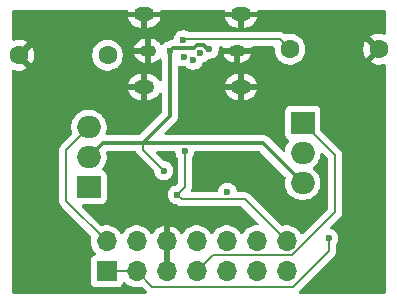
<source format=gbr>
%TF.GenerationSoftware,KiCad,Pcbnew,9.0.0-250-g02b756189b*%
%TF.CreationDate,2025-03-17T22:21:07-05:00*%
%TF.ProjectId,USB-Breakout,5553422d-4272-4656-916b-6f75742e6b69,rev?*%
%TF.SameCoordinates,Original*%
%TF.FileFunction,Copper,L2,Inr*%
%TF.FilePolarity,Positive*%
%FSLAX46Y46*%
G04 Gerber Fmt 4.6, Leading zero omitted, Abs format (unit mm)*
G04 Created by KiCad (PCBNEW 9.0.0-250-g02b756189b) date 2025-03-17 22:21:07*
%MOMM*%
%LPD*%
G01*
G04 APERTURE LIST*
%TA.AperFunction,ComponentPad*%
%ADD10C,1.600000*%
%TD*%
%TA.AperFunction,ComponentPad*%
%ADD11O,1.750000X1.250000*%
%TD*%
%TA.AperFunction,ComponentPad*%
%ADD12O,1.400000X1.000000*%
%TD*%
%TA.AperFunction,ComponentPad*%
%ADD13R,1.700000X1.700000*%
%TD*%
%TA.AperFunction,ComponentPad*%
%ADD14O,1.700000X1.700000*%
%TD*%
%TA.AperFunction,ComponentPad*%
%ADD15R,2.000000X1.905000*%
%TD*%
%TA.AperFunction,ComponentPad*%
%ADD16O,2.000000X1.905000*%
%TD*%
%TA.AperFunction,ViaPad*%
%ADD17C,0.600000*%
%TD*%
%TA.AperFunction,Conductor*%
%ADD18C,0.200000*%
%TD*%
%TA.AperFunction,Conductor*%
%ADD19C,0.369000*%
%TD*%
G04 APERTURE END LIST*
D10*
%TO.N,/CC1*%
%TO.C,C5*%
X161049000Y-63246000D03*
%TO.N,GND*%
X168549000Y-63246000D03*
%TD*%
%TO.N,/CC2*%
%TO.C,C2*%
X145600000Y-63754000D03*
%TO.N,GND*%
X138100000Y-63754000D03*
%TD*%
D11*
%TO.N,GND*%
%TO.C,J2*%
X148716000Y-60303000D03*
X156916000Y-60303000D03*
D12*
X149041000Y-63373000D03*
X156591000Y-63373000D03*
D11*
X148716000Y-66443000D03*
X156916000Y-66443000D03*
%TD*%
D13*
%TO.N,+5V*%
%TO.C,J1*%
X145537000Y-82047000D03*
D14*
%TO.N,+12V*%
X145537000Y-79507000D03*
%TO.N,+5V*%
X148077000Y-82047000D03*
%TO.N,+12V*%
X148077000Y-79507000D03*
%TO.N,GND*%
X150617000Y-82047000D03*
X150617000Y-79507000D03*
%TO.N,/5_EN*%
X153157000Y-82047000D03*
%TO.N,/12_EN*%
X153157000Y-79507000D03*
%TO.N,/INT*%
X155697000Y-82047000D03*
%TO.N,/SDA*%
X155697000Y-79507000D03*
%TO.N,/D+*%
X158237000Y-82047000D03*
%TO.N,/SCL*%
X158237000Y-79507000D03*
%TO.N,/D-*%
X160777000Y-82047000D03*
%TO.N,+3.3V*%
X160777000Y-79507000D03*
%TD*%
D15*
%TO.N,/5_EN*%
%TO.C,Q2*%
X162123000Y-69469000D03*
D16*
%TO.N,+5V*%
X162123000Y-72009000D03*
%TO.N,VBUS*%
X162123000Y-74549000D03*
%TD*%
D15*
%TO.N,/12_EN*%
%TO.C,Q1*%
X144018000Y-74930000D03*
D16*
%TO.N,VBUS*%
X144018000Y-72390000D03*
%TO.N,+12V*%
X144018000Y-69850000D03*
%TD*%
D17*
%TO.N,+3.3V*%
X152146000Y-71882000D03*
X151511000Y-75565000D03*
%TO.N,GND*%
X153924000Y-69977000D03*
X146812000Y-68453000D03*
X148971000Y-73533000D03*
X149098000Y-68453000D03*
X148717000Y-76073000D03*
X149860000Y-77089000D03*
X155194000Y-73914000D03*
X146558000Y-73406000D03*
%TO.N,/CC1*%
X152015000Y-62434500D03*
%TO.N,+5V*%
X164338000Y-79248000D03*
%TO.N,/D+*%
X152861000Y-64181500D03*
%TO.N,/D-*%
X153463000Y-63580500D03*
X152068000Y-63899400D03*
%TO.N,/SDA*%
X155736000Y-75347200D03*
%TO.N,VBUS*%
X154221500Y-63246000D03*
X150876000Y-63373000D03*
X150368000Y-73533000D03*
%TD*%
D18*
%TO.N,+3.3V*%
X151894000Y-75948200D02*
X151511000Y-75565000D01*
X152146000Y-74930000D02*
X152146000Y-71882000D01*
X160777000Y-79507000D02*
X157218000Y-75948200D01*
X151511000Y-75565000D02*
X152146000Y-74930000D01*
X157218000Y-75948200D02*
X151894000Y-75948200D01*
%TO.N,/CC1*%
X152040000Y-62409500D02*
X152015000Y-62434500D01*
X161049000Y-63246000D02*
X160212500Y-62409500D01*
X160212500Y-62409500D02*
X152040000Y-62409500D01*
%TO.N,+12V*%
X142113000Y-76083000D02*
X145537000Y-79507000D01*
X142113000Y-71755000D02*
X142113000Y-76083000D01*
X144018000Y-69850000D02*
X142113000Y-71755000D01*
%TO.N,+5V*%
X164338000Y-80352800D02*
X164338000Y-79248000D01*
X145537000Y-82047000D02*
X148077000Y-82047000D01*
X149397000Y-83367000D02*
X161324000Y-83367000D01*
X148077000Y-82047000D02*
X149397000Y-83367000D01*
X161324000Y-83367000D02*
X164338000Y-80352800D01*
%TO.N,/5_EN*%
X153157000Y-82047000D02*
X154546000Y-80658000D01*
X154546000Y-80658000D02*
X161254000Y-80658000D01*
X161254000Y-80658000D02*
X163424000Y-78487800D01*
X164861000Y-72207000D02*
X162123000Y-69469000D01*
X163424000Y-78487800D02*
X164861000Y-77050800D01*
X164861000Y-77050800D02*
X164861000Y-72207000D01*
%TO.N,/SDA*%
X155697000Y-75386100D02*
X155736000Y-75347200D01*
D19*
%TO.N,VBUS*%
X153179056Y-62895000D02*
X153746944Y-62895000D01*
D18*
X148590000Y-71755000D02*
X148590000Y-71187200D01*
D19*
X153746944Y-62895000D02*
X153970944Y-63119000D01*
D18*
X150368000Y-73533000D02*
X148590000Y-71755000D01*
D19*
X150876000Y-68901200D02*
X150876000Y-63373000D01*
X148590000Y-71187200D02*
X145220800Y-71187200D01*
X162123000Y-74549000D02*
X158761200Y-71187200D01*
X150876000Y-63373000D02*
X151130000Y-63119000D01*
X152955056Y-63119000D02*
X153179056Y-62895000D01*
X145220800Y-71187200D02*
X144018000Y-72390000D01*
X154094500Y-63119000D02*
X154221500Y-63246000D01*
X148590000Y-71187200D02*
X150876000Y-68901200D01*
X158761200Y-71187200D02*
X148590000Y-71187200D01*
X151130000Y-63119000D02*
X152955056Y-63119000D01*
X153970944Y-63119000D02*
X154094500Y-63119000D01*
%TD*%
%TA.AperFunction,Conductor*%
%TO.N,GND*%
G36*
X147306879Y-59956185D02*
G01*
X147352634Y-60008989D01*
X147357421Y-60042286D01*
X147366572Y-60053000D01*
X148119590Y-60053000D01*
X148069963Y-60138956D01*
X148041000Y-60247048D01*
X148041000Y-60358952D01*
X148069963Y-60467044D01*
X148119590Y-60553000D01*
X147366573Y-60553000D01*
X147368700Y-60566433D01*
X147368703Y-60566446D01*
X147423419Y-60734847D01*
X147423421Y-60734850D01*
X147503813Y-60892629D01*
X147607899Y-61035889D01*
X147733110Y-61161100D01*
X147876370Y-61265186D01*
X148034149Y-61345578D01*
X148034152Y-61345580D01*
X148202560Y-61400298D01*
X148377456Y-61428000D01*
X148466000Y-61428000D01*
X148466000Y-60728000D01*
X148966000Y-60728000D01*
X148966000Y-61428000D01*
X149054544Y-61428000D01*
X149229439Y-61400298D01*
X149397847Y-61345580D01*
X149397850Y-61345578D01*
X149555629Y-61265186D01*
X149698889Y-61161100D01*
X149824100Y-61035889D01*
X149928186Y-60892629D01*
X150008578Y-60734850D01*
X150008580Y-60734847D01*
X150063296Y-60566446D01*
X150063299Y-60566433D01*
X150065427Y-60553000D01*
X149312410Y-60553000D01*
X149362037Y-60467044D01*
X149391000Y-60358952D01*
X149391000Y-60247048D01*
X149362037Y-60138956D01*
X149312410Y-60053000D01*
X150065428Y-60053000D01*
X150074541Y-60042328D01*
X150078643Y-60010601D01*
X150123641Y-59957151D01*
X150190393Y-59936513D01*
X150192160Y-59936500D01*
X155439840Y-59936500D01*
X155506879Y-59956185D01*
X155552634Y-60008989D01*
X155557421Y-60042286D01*
X155566572Y-60053000D01*
X156319590Y-60053000D01*
X156269963Y-60138956D01*
X156241000Y-60247048D01*
X156241000Y-60358952D01*
X156269963Y-60467044D01*
X156319590Y-60553000D01*
X155566573Y-60553000D01*
X155568700Y-60566433D01*
X155568703Y-60566446D01*
X155623419Y-60734847D01*
X155623421Y-60734850D01*
X155703813Y-60892629D01*
X155807899Y-61035889D01*
X155933110Y-61161100D01*
X156076370Y-61265186D01*
X156234149Y-61345578D01*
X156234152Y-61345580D01*
X156402560Y-61400298D01*
X156577456Y-61428000D01*
X156666000Y-61428000D01*
X156666000Y-60728000D01*
X157166000Y-60728000D01*
X157166000Y-61428000D01*
X157254544Y-61428000D01*
X157429439Y-61400298D01*
X157597847Y-61345580D01*
X157597850Y-61345578D01*
X157755629Y-61265186D01*
X157898889Y-61161100D01*
X158024100Y-61035889D01*
X158128186Y-60892629D01*
X158208578Y-60734850D01*
X158208580Y-60734847D01*
X158263296Y-60566446D01*
X158263299Y-60566433D01*
X158265427Y-60553000D01*
X157512410Y-60553000D01*
X157562037Y-60467044D01*
X157591000Y-60358952D01*
X157591000Y-60247048D01*
X157562037Y-60138956D01*
X157512410Y-60053000D01*
X158265428Y-60053000D01*
X158274541Y-60042328D01*
X158278643Y-60010601D01*
X158323641Y-59957151D01*
X158390393Y-59936513D01*
X158392160Y-59936500D01*
X169028500Y-59936500D01*
X169095539Y-59956185D01*
X169141294Y-60008989D01*
X169152500Y-60060500D01*
X169152500Y-61904516D01*
X169132815Y-61971555D01*
X169080011Y-62017310D01*
X169010853Y-62027254D01*
X168990182Y-62022447D01*
X168853419Y-61978010D01*
X168651317Y-61946000D01*
X168446683Y-61946000D01*
X168244582Y-61978009D01*
X168049968Y-62041244D01*
X167867644Y-62134143D01*
X167823077Y-62166523D01*
X167823077Y-62166524D01*
X168502553Y-62846000D01*
X168496339Y-62846000D01*
X168394606Y-62873259D01*
X168303394Y-62925920D01*
X168228920Y-63000394D01*
X168176259Y-63091606D01*
X168149000Y-63193339D01*
X168149000Y-63199553D01*
X167469524Y-62520077D01*
X167469523Y-62520077D01*
X167437143Y-62564644D01*
X167344244Y-62746968D01*
X167281009Y-62941582D01*
X167249000Y-63143682D01*
X167249000Y-63348317D01*
X167281009Y-63550417D01*
X167344244Y-63745031D01*
X167437141Y-63927350D01*
X167437147Y-63927359D01*
X167469523Y-63971921D01*
X167469524Y-63971922D01*
X168149000Y-63292446D01*
X168149000Y-63298661D01*
X168176259Y-63400394D01*
X168228920Y-63491606D01*
X168303394Y-63566080D01*
X168394606Y-63618741D01*
X168496339Y-63646000D01*
X168502552Y-63646000D01*
X167823076Y-64325474D01*
X167867650Y-64357859D01*
X168049968Y-64450755D01*
X168244582Y-64513990D01*
X168446683Y-64546000D01*
X168651317Y-64546000D01*
X168853417Y-64513990D01*
X168990181Y-64469552D01*
X169060022Y-64467557D01*
X169119855Y-64503637D01*
X169150684Y-64566337D01*
X169152500Y-64587483D01*
X169152500Y-83811500D01*
X169132815Y-83878539D01*
X169080011Y-83924294D01*
X169028500Y-83935500D01*
X161904092Y-83935500D01*
X161837053Y-83915815D01*
X161791298Y-83863011D01*
X161781354Y-83793853D01*
X161810379Y-83730297D01*
X161816408Y-83723822D01*
X161816411Y-83723819D01*
X164758130Y-80781905D01*
X164815210Y-80724825D01*
X164818219Y-80722040D01*
X164818529Y-80721501D01*
X164818532Y-80721500D01*
X164838290Y-80687274D01*
X164854010Y-80660044D01*
X164854012Y-80660040D01*
X164870581Y-80631341D01*
X164894615Y-80589713D01*
X164896631Y-80586582D01*
X164897560Y-80584612D01*
X164897577Y-80584584D01*
X164897579Y-80584573D01*
X164897584Y-80584566D01*
X164897585Y-80584558D01*
X164897987Y-80583709D01*
X164898884Y-80579713D01*
X164912584Y-80528580D01*
X164918455Y-80506667D01*
X164918455Y-80506666D01*
X164922260Y-80492463D01*
X164938500Y-80431857D01*
X164938500Y-80431852D01*
X164938501Y-80431849D01*
X164938501Y-80431843D01*
X164938503Y-80431838D01*
X164938500Y-80336969D01*
X164938500Y-79827765D01*
X164958185Y-79760726D01*
X164959398Y-79758874D01*
X165047390Y-79627185D01*
X165047390Y-79627184D01*
X165047394Y-79627179D01*
X165107737Y-79481497D01*
X165138500Y-79326842D01*
X165138500Y-79169158D01*
X165138500Y-79169155D01*
X165138499Y-79169153D01*
X165120011Y-79076208D01*
X165107737Y-79014503D01*
X165059497Y-78898040D01*
X165047397Y-78868827D01*
X165047390Y-78868814D01*
X164959789Y-78737711D01*
X164959786Y-78737707D01*
X164848292Y-78626213D01*
X164848288Y-78626210D01*
X164717185Y-78538609D01*
X164717172Y-78538602D01*
X164571501Y-78478264D01*
X164571492Y-78478261D01*
X164558202Y-78475618D01*
X164496291Y-78443232D01*
X164461718Y-78382515D01*
X164465459Y-78312746D01*
X164494712Y-78266322D01*
X165229713Y-77531321D01*
X165229716Y-77531320D01*
X165341520Y-77419516D01*
X165391639Y-77332704D01*
X165420577Y-77282585D01*
X165461501Y-77129857D01*
X165461501Y-76971743D01*
X165461501Y-76964148D01*
X165461500Y-76964130D01*
X165461500Y-72296060D01*
X165461501Y-72296047D01*
X165461501Y-72127944D01*
X165461501Y-72127943D01*
X165420577Y-71975216D01*
X165420573Y-71975209D01*
X165341524Y-71838290D01*
X165341518Y-71838282D01*
X163659818Y-70156582D01*
X163626333Y-70095259D01*
X163623499Y-70068901D01*
X163623499Y-68468629D01*
X163623498Y-68468623D01*
X163623497Y-68468616D01*
X163617091Y-68409017D01*
X163566796Y-68274169D01*
X163566795Y-68274168D01*
X163566793Y-68274164D01*
X163480547Y-68158955D01*
X163480544Y-68158952D01*
X163365335Y-68072706D01*
X163365328Y-68072702D01*
X163230482Y-68022408D01*
X163230483Y-68022408D01*
X163170883Y-68016001D01*
X163170881Y-68016000D01*
X163170873Y-68016000D01*
X163170864Y-68016000D01*
X161075129Y-68016000D01*
X161075123Y-68016001D01*
X161015516Y-68022408D01*
X160880671Y-68072702D01*
X160880664Y-68072706D01*
X160765455Y-68158952D01*
X160765452Y-68158955D01*
X160679206Y-68274164D01*
X160679202Y-68274171D01*
X160628908Y-68409017D01*
X160626354Y-68432778D01*
X160622501Y-68468623D01*
X160622500Y-68468635D01*
X160622500Y-70469370D01*
X160622501Y-70469376D01*
X160628908Y-70528983D01*
X160679202Y-70663828D01*
X160679206Y-70663835D01*
X160765452Y-70779044D01*
X160765455Y-70779047D01*
X160880664Y-70865293D01*
X160880669Y-70865296D01*
X160908539Y-70875690D01*
X160964473Y-70917561D01*
X160988891Y-70983024D01*
X160974040Y-71051298D01*
X160965525Y-71064759D01*
X160832783Y-71247461D01*
X160728950Y-71451244D01*
X160658278Y-71668750D01*
X160658278Y-71668751D01*
X160635259Y-71814086D01*
X160605329Y-71877220D01*
X160546018Y-71914151D01*
X160476155Y-71913153D01*
X160425105Y-71882368D01*
X159197867Y-70655129D01*
X159197860Y-70655123D01*
X159132628Y-70611537D01*
X159132628Y-70611538D01*
X159085672Y-70580163D01*
X159085671Y-70580162D01*
X159085669Y-70580161D01*
X159085667Y-70580160D01*
X159085665Y-70580159D01*
X159023338Y-70554343D01*
X159023336Y-70554342D01*
X158961010Y-70528525D01*
X158961001Y-70528522D01*
X158850625Y-70506566D01*
X158850625Y-70506567D01*
X158828667Y-70502200D01*
X150543098Y-70502200D01*
X150476059Y-70482515D01*
X150430304Y-70429711D01*
X150420360Y-70360553D01*
X150449385Y-70296997D01*
X150455417Y-70290519D01*
X151408072Y-69337864D01*
X151408074Y-69337862D01*
X151438556Y-69292242D01*
X151483039Y-69225669D01*
X151534675Y-69101007D01*
X151561000Y-68968667D01*
X151561000Y-66193000D01*
X155566573Y-66193000D01*
X156319590Y-66193000D01*
X156269963Y-66278956D01*
X156241000Y-66387048D01*
X156241000Y-66498952D01*
X156269963Y-66607044D01*
X156319590Y-66693000D01*
X155566573Y-66693000D01*
X155568700Y-66706433D01*
X155568703Y-66706446D01*
X155623419Y-66874847D01*
X155623421Y-66874850D01*
X155703813Y-67032629D01*
X155807899Y-67175889D01*
X155933110Y-67301100D01*
X156076370Y-67405186D01*
X156234149Y-67485578D01*
X156234152Y-67485580D01*
X156402560Y-67540298D01*
X156577456Y-67568000D01*
X156666000Y-67568000D01*
X156666000Y-66868000D01*
X157166000Y-66868000D01*
X157166000Y-67568000D01*
X157254544Y-67568000D01*
X157429439Y-67540298D01*
X157597847Y-67485580D01*
X157597850Y-67485578D01*
X157755629Y-67405186D01*
X157898889Y-67301100D01*
X158024100Y-67175889D01*
X158128186Y-67032629D01*
X158208578Y-66874850D01*
X158208580Y-66874847D01*
X158263296Y-66706446D01*
X158263299Y-66706433D01*
X158265427Y-66693000D01*
X157512410Y-66693000D01*
X157562037Y-66607044D01*
X157591000Y-66498952D01*
X157591000Y-66387048D01*
X157562037Y-66278956D01*
X157512410Y-66193000D01*
X158265427Y-66193000D01*
X158263299Y-66179566D01*
X158263296Y-66179553D01*
X158208580Y-66011152D01*
X158208578Y-66011149D01*
X158128186Y-65853370D01*
X158024100Y-65710110D01*
X157898889Y-65584899D01*
X157755629Y-65480813D01*
X157597850Y-65400421D01*
X157597847Y-65400419D01*
X157429439Y-65345701D01*
X157254544Y-65318000D01*
X157166000Y-65318000D01*
X157166000Y-66018000D01*
X156666000Y-66018000D01*
X156666000Y-65318000D01*
X156577456Y-65318000D01*
X156402560Y-65345701D01*
X156234152Y-65400419D01*
X156234149Y-65400421D01*
X156076370Y-65480813D01*
X155933110Y-65584899D01*
X155807899Y-65710110D01*
X155703813Y-65853370D01*
X155623421Y-66011149D01*
X155623419Y-66011152D01*
X155568703Y-66179553D01*
X155568700Y-66179566D01*
X155566573Y-66193000D01*
X151561000Y-66193000D01*
X151561000Y-64741427D01*
X151580685Y-64674388D01*
X151633489Y-64628633D01*
X151702647Y-64618689D01*
X151732447Y-64626864D01*
X151834503Y-64669137D01*
X151948382Y-64691789D01*
X151989153Y-64699899D01*
X151989156Y-64699900D01*
X151989158Y-64699900D01*
X152146842Y-64699900D01*
X152165643Y-64696160D01*
X152235234Y-64702386D01*
X152277517Y-64730096D01*
X152350707Y-64803286D01*
X152350711Y-64803289D01*
X152481814Y-64890890D01*
X152481827Y-64890897D01*
X152627498Y-64951235D01*
X152627503Y-64951237D01*
X152782153Y-64981999D01*
X152782156Y-64982000D01*
X152782158Y-64982000D01*
X152939844Y-64982000D01*
X152939845Y-64981999D01*
X153094497Y-64951237D01*
X153240179Y-64890894D01*
X153371289Y-64803289D01*
X153482789Y-64691789D01*
X153570394Y-64560679D01*
X153629843Y-64417153D01*
X153673681Y-64362754D01*
X153696936Y-64350055D01*
X153842179Y-64289894D01*
X153973289Y-64202289D01*
X154025830Y-64149748D01*
X154089097Y-64086482D01*
X154090188Y-64087573D01*
X154141674Y-64052502D01*
X154179784Y-64046500D01*
X154300344Y-64046500D01*
X154300345Y-64046499D01*
X154454997Y-64015737D01*
X154600679Y-63955394D01*
X154731789Y-63867789D01*
X154843289Y-63756289D01*
X154930894Y-63625179D01*
X154941487Y-63599606D01*
X154965258Y-63542217D01*
X154991235Y-63479501D01*
X154991237Y-63479497D01*
X155022000Y-63324842D01*
X155022000Y-63167158D01*
X155022000Y-63167155D01*
X155020217Y-63158192D01*
X155022094Y-63137207D01*
X155019096Y-63116353D01*
X155025146Y-63103105D01*
X155026444Y-63088600D01*
X155039368Y-63071962D01*
X155048121Y-63052797D01*
X155060373Y-63044922D01*
X155069307Y-63033423D01*
X155089173Y-63026414D01*
X155106899Y-63015023D01*
X155131482Y-63011488D01*
X155135197Y-63010178D01*
X155141834Y-63010000D01*
X155292520Y-63010000D01*
X155359559Y-63029685D01*
X155405314Y-63082489D01*
X155409015Y-63108230D01*
X155421136Y-63123000D01*
X156224012Y-63123000D01*
X156206795Y-63132940D01*
X156150940Y-63188795D01*
X156111444Y-63257204D01*
X156091000Y-63333504D01*
X156091000Y-63412496D01*
X156111444Y-63488796D01*
X156150940Y-63557205D01*
X156206795Y-63613060D01*
X156224012Y-63623000D01*
X155421138Y-63623000D01*
X155429430Y-63664690D01*
X155429430Y-63664692D01*
X155504807Y-63846671D01*
X155504814Y-63846684D01*
X155614248Y-64010462D01*
X155614251Y-64010466D01*
X155753533Y-64149748D01*
X155753537Y-64149751D01*
X155917315Y-64259185D01*
X155917328Y-64259192D01*
X156099306Y-64334569D01*
X156099318Y-64334572D01*
X156292504Y-64372999D01*
X156292508Y-64373000D01*
X156341000Y-64373000D01*
X156341000Y-63670185D01*
X156351504Y-63673000D01*
X156830496Y-63673000D01*
X156841000Y-63670185D01*
X156841000Y-64373000D01*
X156889492Y-64373000D01*
X156889495Y-64372999D01*
X157082681Y-64334572D01*
X157082693Y-64334569D01*
X157264671Y-64259192D01*
X157264684Y-64259185D01*
X157428462Y-64149751D01*
X157428466Y-64149748D01*
X157567748Y-64010466D01*
X157567751Y-64010462D01*
X157677185Y-63846684D01*
X157677192Y-63846671D01*
X157752569Y-63664692D01*
X157752569Y-63664690D01*
X157760862Y-63623000D01*
X156957988Y-63623000D01*
X156975205Y-63613060D01*
X157031060Y-63557205D01*
X157070556Y-63488796D01*
X157091000Y-63412496D01*
X157091000Y-63333504D01*
X157070556Y-63257204D01*
X157031060Y-63188795D01*
X156975205Y-63132940D01*
X156957988Y-63123000D01*
X157760864Y-63123000D01*
X157772253Y-63109121D01*
X157774090Y-63088600D01*
X157816953Y-63033423D01*
X157882843Y-63010178D01*
X157889480Y-63010000D01*
X159624876Y-63010000D01*
X159691915Y-63029685D01*
X159737670Y-63082489D01*
X159747618Y-63138776D01*
X159748500Y-63138776D01*
X159748500Y-63348351D01*
X159780522Y-63550534D01*
X159843781Y-63745223D01*
X159875086Y-63806661D01*
X159936585Y-63927359D01*
X159936715Y-63927613D01*
X160057028Y-64093213D01*
X160201786Y-64237971D01*
X160334749Y-64334572D01*
X160367390Y-64358287D01*
X160482931Y-64417158D01*
X160549776Y-64451218D01*
X160549778Y-64451218D01*
X160549781Y-64451220D01*
X160638114Y-64479921D01*
X160744465Y-64514477D01*
X160800714Y-64523386D01*
X160946648Y-64546500D01*
X160946649Y-64546500D01*
X161151351Y-64546500D01*
X161151352Y-64546500D01*
X161353534Y-64514477D01*
X161548219Y-64451220D01*
X161730610Y-64358287D01*
X161867004Y-64259192D01*
X161896213Y-64237971D01*
X161896215Y-64237968D01*
X161896219Y-64237966D01*
X162040966Y-64093219D01*
X162040968Y-64093215D01*
X162040971Y-64093213D01*
X162097259Y-64015738D01*
X162161287Y-63927610D01*
X162254220Y-63745219D01*
X162317477Y-63550534D01*
X162349500Y-63348352D01*
X162349500Y-63143648D01*
X162330932Y-63026414D01*
X162317477Y-62941465D01*
X162255659Y-62751210D01*
X162254220Y-62746781D01*
X162254218Y-62746778D01*
X162254218Y-62746776D01*
X162181094Y-62603264D01*
X162161287Y-62564390D01*
X162150283Y-62549244D01*
X162040971Y-62398786D01*
X161896213Y-62254028D01*
X161730613Y-62133715D01*
X161730612Y-62133714D01*
X161730610Y-62133713D01*
X161673653Y-62104691D01*
X161548223Y-62040781D01*
X161353534Y-61977522D01*
X161178995Y-61949878D01*
X161151352Y-61945500D01*
X160946648Y-61945500D01*
X160906211Y-61951904D01*
X160744462Y-61977523D01*
X160744460Y-61977523D01*
X160730149Y-61982173D01*
X160660308Y-61984164D01*
X160623366Y-61967621D01*
X160612974Y-61960738D01*
X160581216Y-61928980D01*
X160458335Y-61858035D01*
X160444285Y-61849923D01*
X160291557Y-61808999D01*
X160133443Y-61808999D01*
X160125847Y-61808999D01*
X160125831Y-61809000D01*
X152557350Y-61809000D01*
X152490311Y-61789315D01*
X152488459Y-61788102D01*
X152394184Y-61725109D01*
X152394172Y-61725102D01*
X152248501Y-61664764D01*
X152248489Y-61664761D01*
X152093845Y-61634000D01*
X152093842Y-61634000D01*
X151936158Y-61634000D01*
X151936155Y-61634000D01*
X151781510Y-61664761D01*
X151781498Y-61664764D01*
X151635827Y-61725102D01*
X151635814Y-61725109D01*
X151504711Y-61812710D01*
X151504707Y-61812713D01*
X151393213Y-61924207D01*
X151393210Y-61924211D01*
X151305609Y-62055314D01*
X151305602Y-62055327D01*
X151245264Y-62200998D01*
X151245261Y-62201008D01*
X151218769Y-62334192D01*
X151186384Y-62396103D01*
X151125668Y-62430677D01*
X151097152Y-62434000D01*
X151062531Y-62434000D01*
X150930199Y-62460323D01*
X150930191Y-62460325D01*
X150805530Y-62511961D01*
X150805528Y-62511962D01*
X150717875Y-62570531D01*
X150717871Y-62570533D01*
X150700578Y-62582087D01*
X150655893Y-62600598D01*
X150642508Y-62603261D01*
X150642498Y-62603264D01*
X150496827Y-62663602D01*
X150496814Y-62663609D01*
X150365711Y-62751210D01*
X150270242Y-62846679D01*
X150208918Y-62880163D01*
X150139227Y-62875179D01*
X150083294Y-62833307D01*
X150079459Y-62827888D01*
X150017751Y-62735537D01*
X150017748Y-62735533D01*
X149878466Y-62596251D01*
X149878462Y-62596248D01*
X149714684Y-62486814D01*
X149714671Y-62486807D01*
X149532693Y-62411430D01*
X149532681Y-62411427D01*
X149339495Y-62373000D01*
X149291000Y-62373000D01*
X149291000Y-63075814D01*
X149280496Y-63073000D01*
X148801504Y-63073000D01*
X148791000Y-63075814D01*
X148791000Y-62373000D01*
X148742504Y-62373000D01*
X148549318Y-62411427D01*
X148549306Y-62411430D01*
X148367328Y-62486807D01*
X148367315Y-62486814D01*
X148203537Y-62596248D01*
X148203533Y-62596251D01*
X148064251Y-62735533D01*
X148064248Y-62735537D01*
X147954814Y-62899315D01*
X147954807Y-62899328D01*
X147879430Y-63081307D01*
X147879430Y-63081309D01*
X147871138Y-63123000D01*
X148674012Y-63123000D01*
X148656795Y-63132940D01*
X148600940Y-63188795D01*
X148561444Y-63257204D01*
X148541000Y-63333504D01*
X148541000Y-63412496D01*
X148561444Y-63488796D01*
X148600940Y-63557205D01*
X148656795Y-63613060D01*
X148674012Y-63623000D01*
X147871138Y-63623000D01*
X147879430Y-63664690D01*
X147879430Y-63664692D01*
X147954807Y-63846671D01*
X147954814Y-63846684D01*
X148064248Y-64010462D01*
X148064251Y-64010466D01*
X148203533Y-64149748D01*
X148203537Y-64149751D01*
X148367315Y-64259185D01*
X148367328Y-64259192D01*
X148549306Y-64334569D01*
X148549318Y-64334572D01*
X148742504Y-64372999D01*
X148742508Y-64373000D01*
X148791000Y-64373000D01*
X148791000Y-63670185D01*
X148801504Y-63673000D01*
X149280496Y-63673000D01*
X149291000Y-63670185D01*
X149291000Y-64373000D01*
X149339492Y-64373000D01*
X149339495Y-64372999D01*
X149532681Y-64334572D01*
X149532693Y-64334569D01*
X149714671Y-64259192D01*
X149714684Y-64259185D01*
X149878462Y-64149751D01*
X149878466Y-64149748D01*
X149979319Y-64048896D01*
X150040642Y-64015411D01*
X150110334Y-64020395D01*
X150166267Y-64062267D01*
X150190684Y-64127731D01*
X150191000Y-64136577D01*
X150191000Y-65852673D01*
X150171315Y-65919712D01*
X150118511Y-65965467D01*
X150049353Y-65975411D01*
X149985797Y-65946386D01*
X149956515Y-65908968D01*
X149928186Y-65853370D01*
X149824100Y-65710110D01*
X149698889Y-65584899D01*
X149555629Y-65480813D01*
X149397850Y-65400421D01*
X149397847Y-65400419D01*
X149229439Y-65345701D01*
X149054544Y-65318000D01*
X148966000Y-65318000D01*
X148966000Y-66018000D01*
X148466000Y-66018000D01*
X148466000Y-65318000D01*
X148377456Y-65318000D01*
X148202560Y-65345701D01*
X148034152Y-65400419D01*
X148034149Y-65400421D01*
X147876370Y-65480813D01*
X147733110Y-65584899D01*
X147607899Y-65710110D01*
X147503813Y-65853370D01*
X147423421Y-66011149D01*
X147423419Y-66011152D01*
X147368703Y-66179553D01*
X147368700Y-66179566D01*
X147366573Y-66193000D01*
X148119590Y-66193000D01*
X148069963Y-66278956D01*
X148041000Y-66387048D01*
X148041000Y-66498952D01*
X148069963Y-66607044D01*
X148119590Y-66693000D01*
X147366573Y-66693000D01*
X147368700Y-66706433D01*
X147368703Y-66706446D01*
X147423419Y-66874847D01*
X147423421Y-66874850D01*
X147503813Y-67032629D01*
X147607899Y-67175889D01*
X147733110Y-67301100D01*
X147876370Y-67405186D01*
X148034149Y-67485578D01*
X148034152Y-67485580D01*
X148202560Y-67540298D01*
X148377456Y-67568000D01*
X148466000Y-67568000D01*
X148466000Y-66868000D01*
X148966000Y-66868000D01*
X148966000Y-67568000D01*
X149054544Y-67568000D01*
X149229439Y-67540298D01*
X149397847Y-67485580D01*
X149397850Y-67485578D01*
X149555629Y-67405186D01*
X149698889Y-67301100D01*
X149824100Y-67175889D01*
X149928188Y-67032627D01*
X149956515Y-66977032D01*
X150004489Y-66926236D01*
X150072310Y-66909440D01*
X150138445Y-66931977D01*
X150181897Y-66986692D01*
X150191000Y-67033326D01*
X150191000Y-68566101D01*
X150171315Y-68633140D01*
X150154681Y-68653782D01*
X148342582Y-70465881D01*
X148281259Y-70499366D01*
X148254901Y-70502200D01*
X145552033Y-70502200D01*
X145484994Y-70482515D01*
X145439239Y-70429711D01*
X145429295Y-70360553D01*
X145434102Y-70339881D01*
X145438704Y-70325720D01*
X145482722Y-70190245D01*
X145518500Y-69964354D01*
X145518500Y-69735646D01*
X145482722Y-69509755D01*
X145482721Y-69509751D01*
X145482721Y-69509750D01*
X145412048Y-69292241D01*
X145359143Y-69188410D01*
X145308217Y-69088462D01*
X145173786Y-68903434D01*
X145012066Y-68741714D01*
X144827038Y-68607283D01*
X144746214Y-68566101D01*
X144623255Y-68503450D01*
X144405748Y-68432778D01*
X144236326Y-68405944D01*
X144179854Y-68397000D01*
X143856146Y-68397000D01*
X143780849Y-68408926D01*
X143630253Y-68432778D01*
X143630250Y-68432778D01*
X143412744Y-68503450D01*
X143208961Y-68607283D01*
X143103396Y-68683980D01*
X143023934Y-68741714D01*
X143023932Y-68741716D01*
X143023931Y-68741716D01*
X142862216Y-68903431D01*
X142862216Y-68903432D01*
X142862214Y-68903434D01*
X142814819Y-68968667D01*
X142727783Y-69088461D01*
X142623952Y-69292241D01*
X142553278Y-69509750D01*
X142553278Y-69509753D01*
X142517500Y-69735646D01*
X142517500Y-69964353D01*
X142553278Y-70190248D01*
X142597295Y-70325720D01*
X142599290Y-70395561D01*
X142567045Y-70451718D01*
X142153471Y-70865293D01*
X141744286Y-71274478D01*
X141744284Y-71274480D01*
X141688382Y-71330382D01*
X141632480Y-71386283D01*
X141628487Y-71393200D01*
X141623707Y-71401480D01*
X141553423Y-71523215D01*
X141512499Y-71675943D01*
X141512499Y-71675945D01*
X141512499Y-71844046D01*
X141512500Y-71844059D01*
X141512500Y-75996330D01*
X141512499Y-75996348D01*
X141512499Y-76162054D01*
X141512498Y-76162054D01*
X141512499Y-76162057D01*
X141553423Y-76314785D01*
X141564941Y-76334735D01*
X141582358Y-76364900D01*
X141582359Y-76364904D01*
X141582360Y-76364904D01*
X141619203Y-76428720D01*
X141632479Y-76451714D01*
X141632481Y-76451717D01*
X141751349Y-76570585D01*
X141751355Y-76570590D01*
X144203241Y-79022476D01*
X144236726Y-79083799D01*
X144233492Y-79148473D01*
X144219753Y-79190757D01*
X144198199Y-79326846D01*
X144186500Y-79400713D01*
X144186500Y-79613287D01*
X144219754Y-79823243D01*
X144221223Y-79827765D01*
X144285444Y-80025414D01*
X144381951Y-80214820D01*
X144506890Y-80386786D01*
X144620430Y-80500326D01*
X144653915Y-80561649D01*
X144648931Y-80631341D01*
X144607059Y-80687274D01*
X144576083Y-80704189D01*
X144444669Y-80753203D01*
X144444664Y-80753206D01*
X144329455Y-80839452D01*
X144329452Y-80839455D01*
X144243206Y-80954664D01*
X144243202Y-80954671D01*
X144192908Y-81089517D01*
X144186501Y-81149116D01*
X144186500Y-81149135D01*
X144186500Y-82944870D01*
X144186501Y-82944876D01*
X144192908Y-83004483D01*
X144243202Y-83139328D01*
X144243206Y-83139335D01*
X144329452Y-83254544D01*
X144329455Y-83254547D01*
X144444664Y-83340793D01*
X144444671Y-83340797D01*
X144579517Y-83391091D01*
X144579516Y-83391091D01*
X144586444Y-83391835D01*
X144639127Y-83397500D01*
X146434872Y-83397499D01*
X146494483Y-83391091D01*
X146629331Y-83340796D01*
X146744546Y-83254546D01*
X146830796Y-83139331D01*
X146879810Y-83007916D01*
X146921681Y-82951984D01*
X146987145Y-82927566D01*
X147055418Y-82942417D01*
X147083673Y-82963569D01*
X147197213Y-83077109D01*
X147369179Y-83202048D01*
X147369181Y-83202049D01*
X147369184Y-83202051D01*
X147558588Y-83298557D01*
X147760757Y-83364246D01*
X147970713Y-83397500D01*
X147970714Y-83397500D01*
X148183286Y-83397500D01*
X148183287Y-83397500D01*
X148393243Y-83364246D01*
X148435523Y-83350507D01*
X148505362Y-83348511D01*
X148561522Y-83380757D01*
X148904584Y-83723819D01*
X148938069Y-83785142D01*
X148933085Y-83854834D01*
X148891213Y-83910767D01*
X148825749Y-83935184D01*
X148816903Y-83935500D01*
X137657500Y-83935500D01*
X137590461Y-83915815D01*
X137544706Y-83863011D01*
X137533500Y-83811500D01*
X137533500Y-65107505D01*
X137553185Y-65040466D01*
X137605989Y-64994711D01*
X137675147Y-64984767D01*
X137695819Y-64989574D01*
X137795582Y-65021990D01*
X137997683Y-65054000D01*
X138202317Y-65054000D01*
X138404417Y-65021990D01*
X138599031Y-64958755D01*
X138781349Y-64865859D01*
X138825921Y-64833474D01*
X138146447Y-64154000D01*
X138152661Y-64154000D01*
X138254394Y-64126741D01*
X138345606Y-64074080D01*
X138420080Y-63999606D01*
X138472741Y-63908394D01*
X138500000Y-63806661D01*
X138500000Y-63800447D01*
X139179474Y-64479921D01*
X139211859Y-64435349D01*
X139304755Y-64253031D01*
X139367990Y-64058417D01*
X139400000Y-63856317D01*
X139400000Y-63651682D01*
X139399995Y-63651648D01*
X144299500Y-63651648D01*
X144299500Y-63856352D01*
X144303878Y-63883995D01*
X144331522Y-64058534D01*
X144394781Y-64253223D01*
X144436230Y-64334569D01*
X144478311Y-64417158D01*
X144487715Y-64435613D01*
X144608028Y-64601213D01*
X144752786Y-64745971D01*
X144873226Y-64833474D01*
X144918390Y-64866287D01*
X145034607Y-64925503D01*
X145100776Y-64959218D01*
X145100778Y-64959218D01*
X145100781Y-64959220D01*
X145170888Y-64981999D01*
X145295465Y-65022477D01*
X145396557Y-65038488D01*
X145497648Y-65054500D01*
X145497649Y-65054500D01*
X145702351Y-65054500D01*
X145702352Y-65054500D01*
X145904534Y-65022477D01*
X146099219Y-64959220D01*
X146281610Y-64866287D01*
X146374590Y-64798732D01*
X146447213Y-64745971D01*
X146447215Y-64745968D01*
X146447219Y-64745966D01*
X146591966Y-64601219D01*
X146591968Y-64601215D01*
X146591971Y-64601213D01*
X146644732Y-64528590D01*
X146712287Y-64435610D01*
X146805220Y-64253219D01*
X146868477Y-64058534D01*
X146900500Y-63856352D01*
X146900500Y-63651648D01*
X146900500Y-63651647D01*
X146893756Y-63609066D01*
X146868477Y-63449465D01*
X146830799Y-63333504D01*
X146805220Y-63254781D01*
X146805218Y-63254778D01*
X146805218Y-63254776D01*
X146783741Y-63212626D01*
X146748612Y-63143682D01*
X146712287Y-63072390D01*
X146698052Y-63052797D01*
X146591971Y-62906786D01*
X146447213Y-62762028D01*
X146281613Y-62641715D01*
X146281612Y-62641714D01*
X146281610Y-62641713D01*
X146206144Y-62603261D01*
X146099223Y-62548781D01*
X145904534Y-62485522D01*
X145729995Y-62457878D01*
X145702352Y-62453500D01*
X145497648Y-62453500D01*
X145473329Y-62457351D01*
X145295465Y-62485522D01*
X145100776Y-62548781D01*
X144918386Y-62641715D01*
X144752786Y-62762028D01*
X144608028Y-62906786D01*
X144487715Y-63072386D01*
X144394781Y-63254776D01*
X144331522Y-63449465D01*
X144307113Y-63603581D01*
X144299500Y-63651648D01*
X139399995Y-63651648D01*
X139367990Y-63449582D01*
X139304755Y-63254968D01*
X139211859Y-63072650D01*
X139179474Y-63028077D01*
X139179474Y-63028076D01*
X138500000Y-63707551D01*
X138500000Y-63701339D01*
X138472741Y-63599606D01*
X138420080Y-63508394D01*
X138345606Y-63433920D01*
X138254394Y-63381259D01*
X138152661Y-63354000D01*
X138146446Y-63354000D01*
X138825922Y-62674524D01*
X138825921Y-62674523D01*
X138781359Y-62642147D01*
X138781350Y-62642141D01*
X138599031Y-62549244D01*
X138404417Y-62486009D01*
X138202317Y-62454000D01*
X137997683Y-62454000D01*
X137795581Y-62486010D01*
X137795578Y-62486010D01*
X137695818Y-62518425D01*
X137625977Y-62520420D01*
X137566144Y-62484340D01*
X137535316Y-62421639D01*
X137533500Y-62400494D01*
X137533500Y-60060500D01*
X137553185Y-59993461D01*
X137605989Y-59947706D01*
X137657500Y-59936500D01*
X147239840Y-59936500D01*
X147306879Y-59956185D01*
G37*
%TD.AperFunction*%
%TA.AperFunction,Conductor*%
G36*
X150867000Y-81613988D02*
G01*
X150809993Y-81581075D01*
X150682826Y-81547000D01*
X150551174Y-81547000D01*
X150424007Y-81581075D01*
X150367000Y-81613988D01*
X150367000Y-79940012D01*
X150424007Y-79972925D01*
X150551174Y-80007000D01*
X150682826Y-80007000D01*
X150809993Y-79972925D01*
X150867000Y-79940012D01*
X150867000Y-81613988D01*
G37*
%TD.AperFunction*%
%TA.AperFunction,Conductor*%
G36*
X147921444Y-71877154D02*
G01*
X147939030Y-71877084D01*
X147954272Y-71886793D01*
X147971611Y-71891885D01*
X147983126Y-71905174D01*
X147997959Y-71914623D01*
X148017159Y-71944238D01*
X148021602Y-71953864D01*
X148030423Y-71986785D01*
X148059360Y-72036904D01*
X148109271Y-72123354D01*
X148109479Y-72123714D01*
X148109481Y-72123717D01*
X148228349Y-72242585D01*
X148228355Y-72242590D01*
X149533425Y-73547660D01*
X149566910Y-73608983D01*
X149567361Y-73611149D01*
X149598261Y-73766491D01*
X149598264Y-73766501D01*
X149658602Y-73912172D01*
X149658609Y-73912185D01*
X149746210Y-74043288D01*
X149746213Y-74043292D01*
X149857707Y-74154786D01*
X149857711Y-74154789D01*
X149988814Y-74242390D01*
X149988827Y-74242397D01*
X150134498Y-74302735D01*
X150134503Y-74302737D01*
X150289153Y-74333499D01*
X150289156Y-74333500D01*
X150289158Y-74333500D01*
X150446844Y-74333500D01*
X150446845Y-74333499D01*
X150601497Y-74302737D01*
X150747179Y-74242394D01*
X150878289Y-74154789D01*
X150989789Y-74043289D01*
X151077394Y-73912179D01*
X151137737Y-73766497D01*
X151168500Y-73611842D01*
X151168500Y-73454158D01*
X151168500Y-73454155D01*
X151168499Y-73454153D01*
X151145109Y-73336566D01*
X151137737Y-73299503D01*
X151137735Y-73299498D01*
X151077397Y-73153827D01*
X151077390Y-73153814D01*
X150989789Y-73022711D01*
X150989786Y-73022707D01*
X150878292Y-72911213D01*
X150878288Y-72911210D01*
X150747185Y-72823609D01*
X150747172Y-72823602D01*
X150601501Y-72763264D01*
X150601491Y-72763261D01*
X150446151Y-72732362D01*
X150384241Y-72699977D01*
X150382662Y-72698426D01*
X150076525Y-72392289D01*
X149768115Y-72083880D01*
X149734631Y-72022558D01*
X149739615Y-71952867D01*
X149781486Y-71896933D01*
X149846951Y-71872516D01*
X149855797Y-71872200D01*
X151226104Y-71872200D01*
X151293143Y-71891885D01*
X151338898Y-71944689D01*
X151347721Y-71972009D01*
X151376261Y-72115489D01*
X151376264Y-72115501D01*
X151436602Y-72261172D01*
X151436609Y-72261185D01*
X151524602Y-72392874D01*
X151545480Y-72459551D01*
X151545500Y-72461765D01*
X151545500Y-74629902D01*
X151536854Y-74659344D01*
X151530330Y-74689333D01*
X151526576Y-74694346D01*
X151525815Y-74696941D01*
X151509182Y-74717581D01*
X151501354Y-74725410D01*
X151496334Y-74730430D01*
X151435009Y-74763912D01*
X151432848Y-74764362D01*
X151277508Y-74795261D01*
X151277498Y-74795264D01*
X151131827Y-74855602D01*
X151131814Y-74855609D01*
X151000711Y-74943210D01*
X151000707Y-74943213D01*
X150889213Y-75054707D01*
X150889210Y-75054711D01*
X150801609Y-75185814D01*
X150801602Y-75185827D01*
X150741264Y-75331498D01*
X150741261Y-75331510D01*
X150710500Y-75486153D01*
X150710500Y-75643846D01*
X150741261Y-75798489D01*
X150741264Y-75798501D01*
X150801602Y-75944172D01*
X150801609Y-75944185D01*
X150889210Y-76075288D01*
X150889213Y-76075292D01*
X151000707Y-76186786D01*
X151000711Y-76186789D01*
X151131814Y-76274390D01*
X151131827Y-76274397D01*
X151229334Y-76314785D01*
X151277503Y-76334737D01*
X151432158Y-76365500D01*
X151432159Y-76365500D01*
X151432581Y-76365584D01*
X151448505Y-76373913D01*
X151466126Y-76377462D01*
X151492644Y-76397001D01*
X151494492Y-76397968D01*
X151494704Y-76398174D01*
X151495409Y-76398858D01*
X151525159Y-76428623D01*
X151525225Y-76428661D01*
X151525284Y-76428720D01*
X151565117Y-76451717D01*
X151594966Y-76468950D01*
X151594963Y-76468954D01*
X151594994Y-76468966D01*
X151662069Y-76507716D01*
X151662071Y-76507716D01*
X151662072Y-76507717D01*
X151662211Y-76507775D01*
X151662213Y-76507775D01*
X151662216Y-76507777D01*
X151737595Y-76527974D01*
X151737625Y-76527992D01*
X151737628Y-76527983D01*
X151757663Y-76533357D01*
X151814786Y-76548680D01*
X151814796Y-76548680D01*
X151814941Y-76548700D01*
X151891915Y-76548700D01*
X151972900Y-76548721D01*
X151972903Y-76548720D01*
X151980866Y-76548722D01*
X151981215Y-76548700D01*
X156917914Y-76548700D01*
X156984953Y-76568385D01*
X157005593Y-76585016D01*
X158365469Y-77944816D01*
X158398955Y-78006139D01*
X158393973Y-78075830D01*
X158352103Y-78131765D01*
X158286640Y-78156184D01*
X158277790Y-78156500D01*
X158130713Y-78156500D01*
X158082042Y-78164208D01*
X157920760Y-78189753D01*
X157718585Y-78255444D01*
X157529179Y-78351951D01*
X157357213Y-78476890D01*
X157206890Y-78627213D01*
X157081949Y-78799182D01*
X157077484Y-78807946D01*
X157029509Y-78858742D01*
X156961688Y-78875536D01*
X156895553Y-78852998D01*
X156856516Y-78807946D01*
X156852050Y-78799182D01*
X156727109Y-78627213D01*
X156576786Y-78476890D01*
X156404820Y-78351951D01*
X156215414Y-78255444D01*
X156215413Y-78255443D01*
X156215412Y-78255443D01*
X156013243Y-78189754D01*
X156013241Y-78189753D01*
X156013240Y-78189753D01*
X155851957Y-78164208D01*
X155803287Y-78156500D01*
X155590713Y-78156500D01*
X155542042Y-78164208D01*
X155380760Y-78189753D01*
X155178585Y-78255444D01*
X154989179Y-78351951D01*
X154817213Y-78476890D01*
X154666890Y-78627213D01*
X154541949Y-78799182D01*
X154537484Y-78807946D01*
X154489509Y-78858742D01*
X154421688Y-78875536D01*
X154355553Y-78852998D01*
X154316516Y-78807946D01*
X154312050Y-78799182D01*
X154187109Y-78627213D01*
X154036786Y-78476890D01*
X153864820Y-78351951D01*
X153675414Y-78255444D01*
X153675413Y-78255443D01*
X153675412Y-78255443D01*
X153473243Y-78189754D01*
X153473241Y-78189753D01*
X153473240Y-78189753D01*
X153311957Y-78164208D01*
X153263287Y-78156500D01*
X153050713Y-78156500D01*
X153002042Y-78164208D01*
X152840760Y-78189753D01*
X152638585Y-78255444D01*
X152449179Y-78351951D01*
X152277213Y-78476890D01*
X152126890Y-78627213D01*
X152001949Y-78799182D01*
X151997202Y-78808499D01*
X151949227Y-78859293D01*
X151881405Y-78876087D01*
X151815271Y-78853548D01*
X151776234Y-78808495D01*
X151771622Y-78799444D01*
X151646727Y-78627540D01*
X151646723Y-78627535D01*
X151496464Y-78477276D01*
X151496459Y-78477272D01*
X151324557Y-78352379D01*
X151135215Y-78255903D01*
X150933124Y-78190241D01*
X150867000Y-78179768D01*
X150867000Y-79073988D01*
X150809993Y-79041075D01*
X150682826Y-79007000D01*
X150551174Y-79007000D01*
X150424007Y-79041075D01*
X150367000Y-79073988D01*
X150367000Y-78179768D01*
X150366999Y-78179768D01*
X150300875Y-78190241D01*
X150098784Y-78255903D01*
X149909442Y-78352379D01*
X149737540Y-78477272D01*
X149737535Y-78477276D01*
X149587276Y-78627535D01*
X149587272Y-78627540D01*
X149462378Y-78799443D01*
X149457762Y-78808502D01*
X149409784Y-78859295D01*
X149341963Y-78876087D01*
X149275829Y-78853546D01*
X149236794Y-78808493D01*
X149232051Y-78799184D01*
X149232049Y-78799181D01*
X149232048Y-78799179D01*
X149107109Y-78627213D01*
X148956786Y-78476890D01*
X148784820Y-78351951D01*
X148595414Y-78255444D01*
X148595413Y-78255443D01*
X148595412Y-78255443D01*
X148393243Y-78189754D01*
X148393241Y-78189753D01*
X148393240Y-78189753D01*
X148231957Y-78164208D01*
X148183287Y-78156500D01*
X147970713Y-78156500D01*
X147922042Y-78164208D01*
X147760760Y-78189753D01*
X147558585Y-78255444D01*
X147369179Y-78351951D01*
X147197213Y-78476890D01*
X147046890Y-78627213D01*
X146921949Y-78799182D01*
X146917484Y-78807946D01*
X146869509Y-78858742D01*
X146801688Y-78875536D01*
X146735553Y-78852998D01*
X146696516Y-78807946D01*
X146692050Y-78799182D01*
X146567109Y-78627213D01*
X146416786Y-78476890D01*
X146244820Y-78351951D01*
X146055414Y-78255444D01*
X146055413Y-78255443D01*
X146055412Y-78255443D01*
X145853243Y-78189754D01*
X145853241Y-78189753D01*
X145853240Y-78189753D01*
X145691957Y-78164208D01*
X145643287Y-78156500D01*
X145430713Y-78156500D01*
X145402006Y-78161046D01*
X145220757Y-78189753D01*
X145178473Y-78203492D01*
X145108632Y-78205486D01*
X145052476Y-78173241D01*
X143473915Y-76594680D01*
X143440430Y-76533357D01*
X143445414Y-76463665D01*
X143487286Y-76407732D01*
X143552750Y-76383315D01*
X143561596Y-76382999D01*
X145065871Y-76382999D01*
X145065872Y-76382999D01*
X145125483Y-76376591D01*
X145260331Y-76326296D01*
X145375546Y-76240046D01*
X145461796Y-76124831D01*
X145512091Y-75989983D01*
X145518500Y-75930373D01*
X145518499Y-73929628D01*
X145512091Y-73870017D01*
X145473478Y-73766491D01*
X145461797Y-73735171D01*
X145461793Y-73735164D01*
X145375547Y-73619955D01*
X145375544Y-73619952D01*
X145260335Y-73533706D01*
X145260328Y-73533702D01*
X145232459Y-73523308D01*
X145176525Y-73481437D01*
X145152108Y-73415973D01*
X145166960Y-73347700D01*
X145175460Y-73334260D01*
X145308217Y-73151538D01*
X145412048Y-72947758D01*
X145471994Y-72763263D01*
X145482721Y-72730249D01*
X145482721Y-72730248D01*
X145482722Y-72730245D01*
X145518500Y-72504354D01*
X145518500Y-72275646D01*
X145482722Y-72049755D01*
X145479391Y-72039503D01*
X145477771Y-72034517D01*
X145475776Y-71964676D01*
X145511857Y-71904844D01*
X145574558Y-71874016D01*
X145595702Y-71872200D01*
X147904572Y-71872200D01*
X147921444Y-71877154D01*
G37*
%TD.AperFunction*%
%TA.AperFunction,Conductor*%
G36*
X158493140Y-71891885D02*
G01*
X158513782Y-71908519D01*
X160642739Y-74037475D01*
X160676224Y-74098798D01*
X160672990Y-74163471D01*
X160658278Y-74208753D01*
X160622500Y-74434646D01*
X160622500Y-74663353D01*
X160658278Y-74889246D01*
X160658278Y-74889249D01*
X160728950Y-75106755D01*
X160779545Y-75206053D01*
X160832783Y-75310538D01*
X160967214Y-75495566D01*
X161128934Y-75657286D01*
X161313962Y-75791717D01*
X161517742Y-75895548D01*
X161517744Y-75895549D01*
X161735251Y-75966221D01*
X161735252Y-75966221D01*
X161735255Y-75966222D01*
X161961146Y-76002000D01*
X161961147Y-76002000D01*
X162284853Y-76002000D01*
X162284854Y-76002000D01*
X162510745Y-75966222D01*
X162510748Y-75966221D01*
X162510749Y-75966221D01*
X162728255Y-75895549D01*
X162728255Y-75895548D01*
X162728258Y-75895548D01*
X162932038Y-75791717D01*
X163117066Y-75657286D01*
X163278786Y-75495566D01*
X163413217Y-75310538D01*
X163517048Y-75106758D01*
X163562126Y-74968021D01*
X163587721Y-74889249D01*
X163587721Y-74889248D01*
X163587722Y-74889245D01*
X163623500Y-74663354D01*
X163623500Y-74434646D01*
X163587722Y-74208755D01*
X163587721Y-74208751D01*
X163587721Y-74208750D01*
X163517049Y-73991244D01*
X163517048Y-73991242D01*
X163413217Y-73787462D01*
X163278786Y-73602434D01*
X163117066Y-73440714D01*
X163032559Y-73379316D01*
X162989896Y-73323988D01*
X162983917Y-73254375D01*
X163016523Y-73192580D01*
X163032556Y-73178685D01*
X163117066Y-73117286D01*
X163278786Y-72955566D01*
X163413217Y-72770538D01*
X163517048Y-72566758D01*
X163551882Y-72459551D01*
X163587721Y-72349249D01*
X163587721Y-72349248D01*
X163587722Y-72349245D01*
X163623500Y-72123354D01*
X163623500Y-72118097D01*
X163643185Y-72051058D01*
X163695989Y-72005303D01*
X163765147Y-71995359D01*
X163828703Y-72024384D01*
X163835181Y-72030416D01*
X164224181Y-72419416D01*
X164257666Y-72480739D01*
X164260500Y-72507097D01*
X164260500Y-76750702D01*
X164240815Y-76817741D01*
X164224181Y-76838383D01*
X163060082Y-78002481D01*
X163055270Y-78007292D01*
X163055262Y-78007298D01*
X163000933Y-78061631D01*
X162943481Y-78119084D01*
X162939162Y-78123403D01*
X162939133Y-78123435D01*
X162164600Y-78898040D01*
X162103279Y-78931528D01*
X162033587Y-78926547D01*
X161977651Y-78884678D01*
X161966430Y-78866657D01*
X161959470Y-78852998D01*
X161932051Y-78799184D01*
X161932050Y-78799182D01*
X161807109Y-78627213D01*
X161656786Y-78476890D01*
X161484820Y-78351951D01*
X161295414Y-78255444D01*
X161295413Y-78255443D01*
X161295412Y-78255443D01*
X161093243Y-78189754D01*
X161093241Y-78189753D01*
X161093240Y-78189753D01*
X160931957Y-78164208D01*
X160883287Y-78156500D01*
X160670713Y-78156500D01*
X160628721Y-78163150D01*
X160460753Y-78189754D01*
X160418436Y-78203504D01*
X160348595Y-78205499D01*
X160292440Y-78173257D01*
X157649536Y-75530500D01*
X157649536Y-75530499D01*
X157649535Y-75530499D01*
X157586716Y-75467680D01*
X157586708Y-75467675D01*
X157586705Y-75467672D01*
X157517475Y-75427704D01*
X157517435Y-75427681D01*
X157517291Y-75427598D01*
X157449784Y-75388623D01*
X157449775Y-75388620D01*
X157449769Y-75388617D01*
X157361536Y-75364977D01*
X157361535Y-75364976D01*
X157326197Y-75355508D01*
X157297125Y-75347718D01*
X157297048Y-75347697D01*
X157297040Y-75347697D01*
X157202172Y-75347700D01*
X156654046Y-75347700D01*
X156587007Y-75328015D01*
X156541252Y-75275211D01*
X156532429Y-75247891D01*
X156505738Y-75113710D01*
X156505737Y-75113703D01*
X156462391Y-75009055D01*
X156445397Y-74968027D01*
X156445390Y-74968014D01*
X156357789Y-74836911D01*
X156357786Y-74836907D01*
X156246292Y-74725413D01*
X156246288Y-74725410D01*
X156115185Y-74637809D01*
X156115172Y-74637802D01*
X155969501Y-74577464D01*
X155969489Y-74577461D01*
X155814845Y-74546700D01*
X155814842Y-74546700D01*
X155657158Y-74546700D01*
X155657155Y-74546700D01*
X155502510Y-74577461D01*
X155502498Y-74577464D01*
X155356827Y-74637802D01*
X155356814Y-74637809D01*
X155225711Y-74725410D01*
X155225707Y-74725413D01*
X155114213Y-74836907D01*
X155114210Y-74836911D01*
X155026609Y-74968014D01*
X155026602Y-74968027D01*
X154966264Y-75113698D01*
X154966261Y-75113710D01*
X154939571Y-75247891D01*
X154907186Y-75309802D01*
X154846471Y-75344376D01*
X154817954Y-75347700D01*
X152813013Y-75347700D01*
X152745974Y-75328015D01*
X152700219Y-75275211D01*
X152690275Y-75206053D01*
X152702930Y-75169486D01*
X152702466Y-75169294D01*
X152705576Y-75161785D01*
X152705577Y-75161784D01*
X152746501Y-75009057D01*
X152746501Y-74850942D01*
X152746501Y-74843347D01*
X152746500Y-74843329D01*
X152746500Y-72461765D01*
X152766185Y-72394726D01*
X152767398Y-72392874D01*
X152855390Y-72261185D01*
X152855390Y-72261184D01*
X152855394Y-72261179D01*
X152915737Y-72115497D01*
X152944279Y-71972009D01*
X152976664Y-71910098D01*
X153037379Y-71875524D01*
X153065896Y-71872200D01*
X158426101Y-71872200D01*
X158493140Y-71891885D01*
G37*
%TD.AperFunction*%
%TD*%
M02*

</source>
